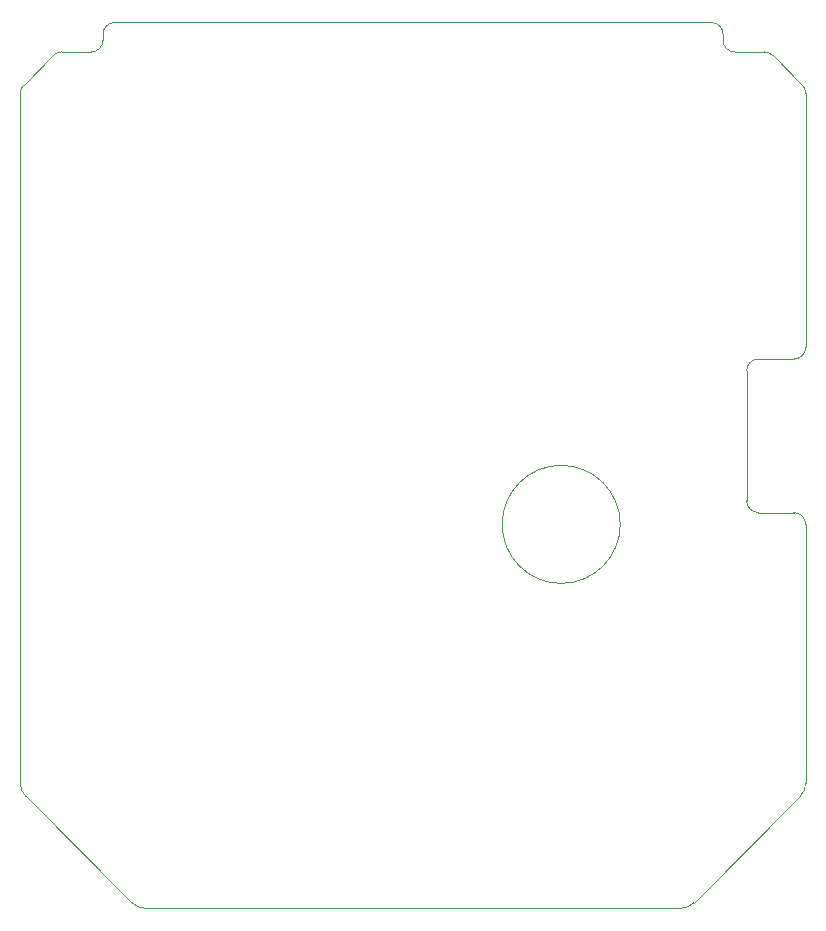
<source format=gbr>
%TF.GenerationSoftware,KiCad,Pcbnew,7.0.1*%
%TF.CreationDate,2024-04-13T10:55:35+02:00*%
%TF.ProjectId,Zuendung,5a75656e-6475-46e6-972e-6b696361645f,rev?*%
%TF.SameCoordinates,Original*%
%TF.FileFunction,Profile,NP*%
%FSLAX46Y46*%
G04 Gerber Fmt 4.6, Leading zero omitted, Abs format (unit mm)*
G04 Created by KiCad (PCBNEW 7.0.1) date 2024-04-13 10:55:35*
%MOMM*%
%LPD*%
G01*
G04 APERTURE LIST*
%TA.AperFunction,Profile*%
%ADD10C,0.100000*%
%TD*%
G04 APERTURE END LIST*
D10*
X162600000Y-101000000D02*
G75*
G03*
X161600000Y-102000000I0J-1000000D01*
G01*
X106100000Y-75000000D02*
X103600000Y-75000000D01*
X166600000Y-115000000D02*
X166600000Y-136900000D01*
X159600000Y-74000000D02*
G75*
G03*
X160600000Y-75000000I1000000J0D01*
G01*
X100100000Y-78500000D02*
X100100000Y-136900000D01*
X159600000Y-73500000D02*
X159600000Y-74000000D01*
X165600000Y-101000000D02*
G75*
G03*
X166600000Y-100000000I0J1000000D01*
G01*
X102892893Y-75292893D02*
X100392893Y-77792893D01*
X109568629Y-147031371D02*
X100568629Y-138031371D01*
X156000000Y-147500000D02*
G75*
G03*
X157131371Y-147031371I0J1600000D01*
G01*
X166131371Y-138031371D02*
G75*
G03*
X166600000Y-136900000I-1131371J1131371D01*
G01*
X106100000Y-75000000D02*
G75*
G03*
X107100000Y-74000000I0J1000000D01*
G01*
X166600000Y-115000000D02*
G75*
G03*
X165600000Y-114000000I-1000000J0D01*
G01*
X159600000Y-73500000D02*
G75*
G03*
X158600000Y-72500000I-1000000J0D01*
G01*
X109568629Y-147031371D02*
G75*
G03*
X110700000Y-147500000I1131371J1131371D01*
G01*
X160600000Y-75000000D02*
X163100000Y-75000000D01*
X100392893Y-77792893D02*
G75*
G03*
X100100000Y-78500000I707107J-707107D01*
G01*
X100100000Y-136900000D02*
G75*
G03*
X100568629Y-138031371I1600000J0D01*
G01*
X162600000Y-114000000D02*
X165600000Y-114000000D01*
X108100000Y-72500000D02*
X158600000Y-72500000D01*
X108100000Y-72500000D02*
G75*
G03*
X107100000Y-73500000I0J-1000000D01*
G01*
X163807107Y-75292893D02*
X166307107Y-77792893D01*
X161600000Y-113000000D02*
G75*
G03*
X162600000Y-114000000I1000000J0D01*
G01*
X110700000Y-147500000D02*
X156000000Y-147500000D01*
X107100000Y-73500000D02*
X107100000Y-74000000D01*
X161600000Y-102000000D02*
X161600000Y-113000000D01*
X163807107Y-75292893D02*
G75*
G03*
X163100000Y-75000000I-707107J-707107D01*
G01*
X150900000Y-115000000D02*
G75*
G03*
X150900000Y-115000000I-5000000J0D01*
G01*
X103600000Y-75000000D02*
G75*
G03*
X102892893Y-75292893I0J-1000000D01*
G01*
X166600000Y-78500000D02*
G75*
G03*
X166307107Y-77792893I-1000000J0D01*
G01*
X166600000Y-100000000D02*
X166600000Y-78500000D01*
X157131371Y-147031371D02*
X166131371Y-138031371D01*
X165600000Y-101000000D02*
X162600000Y-101000000D01*
M02*

</source>
